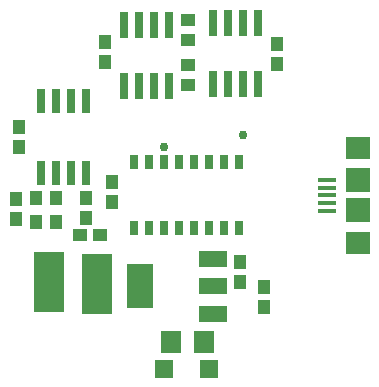
<source format=gbs>
G75*
%MOIN*%
%OFA0B0*%
%FSLAX25Y25*%
%IPPOS*%
%LPD*%
%AMOC8*
5,1,8,0,0,1.08239X$1,22.5*
%
%ADD10R,0.04337X0.04731*%
%ADD11R,0.06699X0.07498*%
%ADD12R,0.03000X0.08400*%
%ADD13R,0.02762X0.09061*%
%ADD14R,0.10400X0.20400*%
%ADD15R,0.04731X0.04337*%
%ADD16R,0.05912X0.05912*%
%ADD17R,0.09200X0.05200*%
%ADD18R,0.09061X0.14573*%
%ADD19R,0.02762X0.05124*%
%ADD20R,0.05912X0.01778*%
%ADD21R,0.07880X0.07487*%
%ADD22R,0.07880X0.07880*%
%ADD23R,0.02800X0.09100*%
%ADD24C,0.02978*%
D10*
X0022563Y0062130D03*
X0029256Y0062130D03*
X0029256Y0070398D03*
X0022563Y0070398D03*
X0015673Y0069807D03*
X0015673Y0063114D03*
X0039295Y0063508D03*
X0039295Y0070201D03*
X0047957Y0069020D03*
X0047957Y0075713D03*
X0016854Y0087130D03*
X0016854Y0093823D03*
X0045594Y0115476D03*
X0045594Y0122169D03*
X0102681Y0121776D03*
X0102681Y0115083D03*
X0090476Y0048941D03*
X0090476Y0042248D03*
X0098626Y0040516D03*
X0098626Y0033823D03*
D11*
X0078555Y0022248D03*
X0067358Y0022248D03*
D12*
X0039157Y0078455D03*
X0034157Y0078455D03*
X0029157Y0078455D03*
X0024157Y0078455D03*
X0024157Y0102655D03*
X0029157Y0102655D03*
X0034157Y0102655D03*
X0039157Y0102655D03*
D13*
X0051795Y0107602D03*
X0056795Y0107602D03*
X0061795Y0107602D03*
X0066795Y0107602D03*
X0066795Y0128075D03*
X0061795Y0128075D03*
X0056795Y0128075D03*
X0051795Y0128075D03*
D14*
X0026736Y0042366D03*
X0042957Y0041579D03*
D15*
X0043823Y0057799D03*
X0037130Y0057799D03*
X0073154Y0107996D03*
X0073154Y0114689D03*
X0073035Y0122839D03*
X0073035Y0129531D03*
D16*
X0080240Y0013311D03*
X0065280Y0013311D03*
D17*
X0081417Y0031770D03*
X0081417Y0040870D03*
X0081417Y0049970D03*
D18*
X0057016Y0040870D03*
D19*
X0055260Y0060161D03*
X0060260Y0060161D03*
X0065260Y0060161D03*
X0070260Y0060161D03*
X0075260Y0060161D03*
X0080260Y0060161D03*
X0085260Y0060161D03*
X0090260Y0060161D03*
X0090260Y0082209D03*
X0085260Y0082209D03*
X0080260Y0082209D03*
X0075260Y0082209D03*
X0070260Y0082209D03*
X0065260Y0082209D03*
X0060260Y0082209D03*
X0055260Y0082209D03*
D20*
X0119413Y0076303D03*
X0119413Y0073744D03*
X0119413Y0071185D03*
X0119413Y0068626D03*
X0119413Y0066067D03*
D21*
X0129846Y0055437D03*
X0129846Y0086933D03*
D22*
X0129846Y0076185D03*
X0129846Y0066185D03*
D23*
X0096402Y0108129D03*
X0091402Y0108129D03*
X0086402Y0108129D03*
X0081402Y0108129D03*
X0081402Y0128729D03*
X0086402Y0128729D03*
X0091402Y0128729D03*
X0096402Y0128729D03*
D24*
X0091657Y0091264D03*
X0065280Y0087327D03*
M02*

</source>
